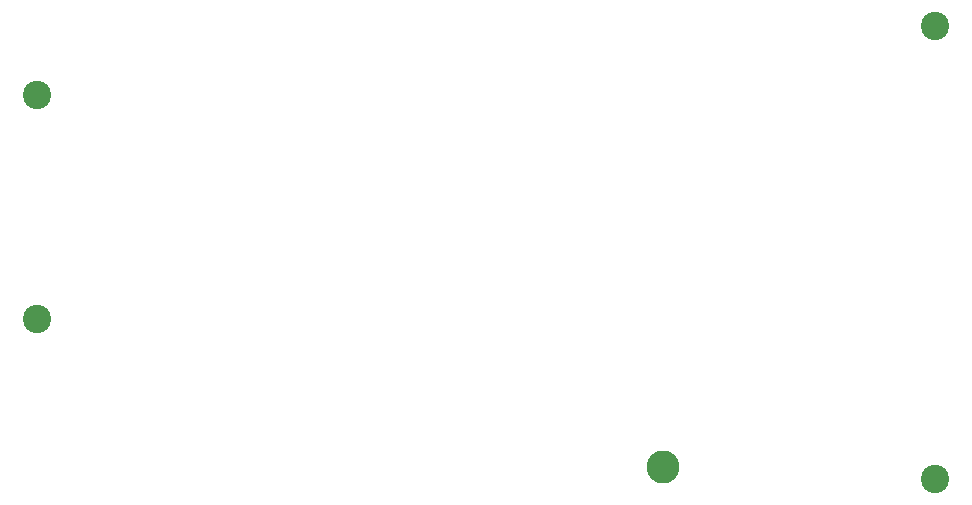
<source format=gbs>
G04 #@! TF.GenerationSoftware,KiCad,Pcbnew,7.0.2*
G04 #@! TF.CreationDate,2023-04-26T23:41:49+03:00*
G04 #@! TF.ProjectId,mriya-top-plate,6d726979-612d-4746-9f70-2d706c617465,0.9*
G04 #@! TF.SameCoordinates,Original*
G04 #@! TF.FileFunction,Soldermask,Bot*
G04 #@! TF.FilePolarity,Negative*
%FSLAX46Y46*%
G04 Gerber Fmt 4.6, Leading zero omitted, Abs format (unit mm)*
G04 Created by KiCad (PCBNEW 7.0.2) date 2023-04-26 23:41:49*
%MOMM*%
%LPD*%
G01*
G04 APERTURE LIST*
%ADD10C,2.400000*%
%ADD11C,2.800000*%
G04 APERTURE END LIST*
D10*
X144800000Y-101400000D03*
X68800000Y-68900000D03*
X68800000Y-87900000D03*
X144800000Y-63050000D03*
D11*
X121800000Y-100400000D03*
M02*

</source>
